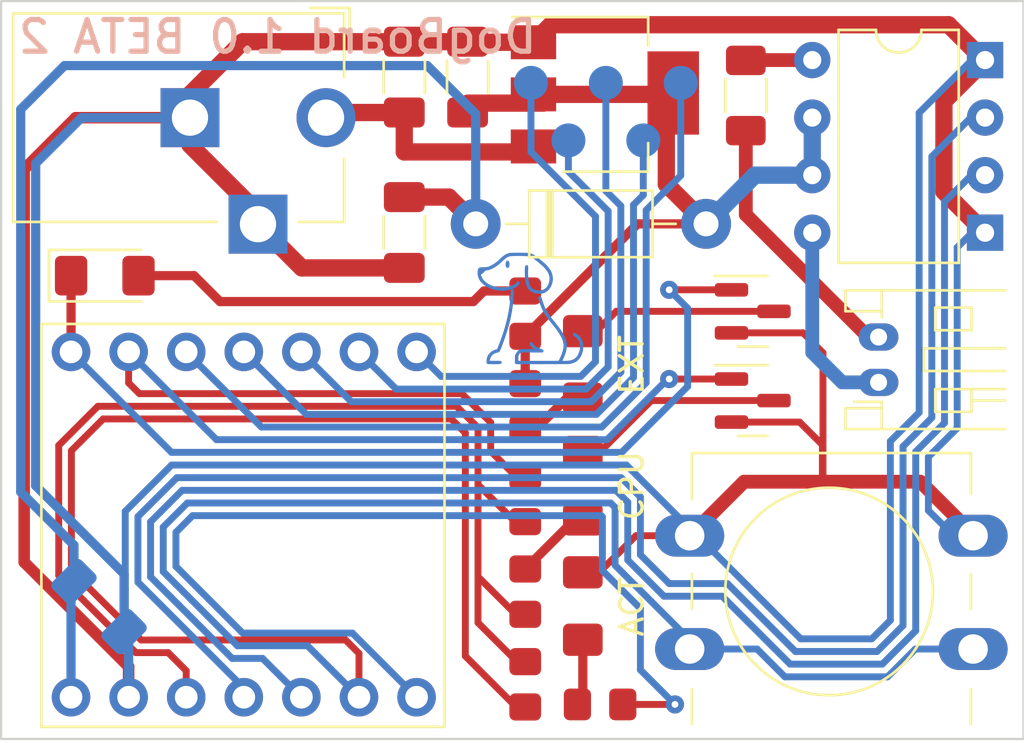
<source format=kicad_pcb>
(kicad_pcb (version 20211014) (generator pcbnew)
  (layers (0 "F.Cu" signal) (31 "B.Cu" signal) (34 "B.Paste" user) (35 "F.Paste" user) (36 "B.SilkS" user "B.Silkscreen") (37 "F.SilkS" user "F.Silkscreen") (38 "B.Mask" user) (39 "F.Mask" user) (44 "Edge.Cuts" user))
  (net 0 "")
  (net 1 "GNDREF")
  (net 2 "Net-(C1-Pad2)")
  (net 3 "Net-(C2-Pad2)")
  (net 4 "Net-(J2-Pad11)")
  (net 5 "Net-(D5-Pad2)")
  (net 6 "Net-(R6-Pad2)")
  (net 7 "Net-(D2-Pad2)")
  (net 8 "Net-(D3-Pad1)")
  (net 9 "Net-(D3-Pad2)")
  (net 10 "Net-(J2-Pad2)")
  (net 11 "Net-(D5-Pad1)")
  (net 12 "Net-(D2-Pad1)")
  (net 13 "Net-(J2-Pad10)")
  (net 14 "Net-(D4-Pad2)")
  (net 15 "Net-(C3-Pad2)")
  (net 16 "Net-(J2-Pad3)")
  (net 17 "Net-(J2-Pad12)")
  (net 18 "Net-(J2-Pad13)")
  (net 19 "Net-(J3-Pad1)")
  (net 20 "Net-(J2-Pad14)")
  (net 21 "Net-(J2-Pad7)")
  (net 22 "Net-(J2-Pad6)")
  (net 23 "Net-(J2-Pad5)")
  (net 24 "Net-(J2-Pad4)")
  (net 25 "Net-(J3-Pad2)")
  (footprint "Package_TO_SOT_SMD:SOT-23" (layer "F.Cu") (at 118.237 64.4398)
    (fp_text reference "Q1" hide)
    (fp_text value "MMBT3904" hide)
  )
  (footprint "Capacitor_SMD:C_1206_3216Metric_Pad1.33x1.80mm_HandSolder" (layer "F.Cu") (at 102.87 54.102 -90)
    (fp_text reference "C1" hide)
    (fp_text value "1uF" hide)
  )
  (footprint "Connector_JST:JST_PH_S2B-PH-K_1x02_P2.00mm_Horizontal" (layer "F.Cu") (at 123.788 67.5734 90)
    (fp_text reference "J3" hide)
    (fp_text value "Conn_01x02_Male" hide)
  )
  (footprint "LED_SMD:LED_1206_3216Metric_Pad1.42x1.75mm_HandSolder" (layer "F.Cu") (at 110.744 72.136 -90)
    (fp_text reference "D5" hide)
    (fp_text value "LED" hide)
  )
  (footprint "LED_SMD:LED_1206_3216Metric_Pad1.42x1.75mm_HandSolder" (layer "F.Cu") (at 110.744 66.802 -90)
    (fp_text reference "D3" hide)
    (fp_text value "LED" hide)
  )
  (footprint "Connector_BarrelJack:BarrelJack_CUI_PJ-102AH_Horizontal" (layer "F.Cu") (at 99.418 55.892 -90)
    (fp_text reference "J1" hide)
    (fp_text value "Barrel_Jack_Switch_Pin3Ring" hide)
  )
  (footprint "Resistor_SMD:R_0805_2012Metric_Pad1.20x1.40mm_HandSolder" (layer "F.Cu") (at 111.506 81.788 180)
    (fp_text reference "R1" hide)
    (fp_text value "47" hide)
  )
  (footprint "Capacitor_SMD:C_1206_3216Metric_Pad1.33x1.80mm_HandSolder" (layer "F.Cu") (at 105.664 54.102 -90)
    (fp_text reference "C2" hide)
    (fp_text value "4.7" hide)
  )
  (footprint "Resistor_SMD:R_0805_2012Metric_Pad1.20x1.40mm_HandSolder" (layer "F.Cu") (at 108.204 64.5414 90)
    (fp_text reference "R2" hide)
    (fp_text value "10k" hide)
  )
  (footprint "Diode_SMD:D_1206_3216Metric_Pad1.42x1.75mm_HandSolder" (layer "F.Cu") (at 89.662 62.865)
    (fp_text reference "D2" hide)
    (fp_text value "D_Schottky" hide)
  )
  (footprint "Resistor_SMD:R_0805_2012Metric_Pad1.20x1.40mm_HandSolder" (layer "F.Cu") (at 108.204 68.6308 -90)
    (fp_text reference "R3" hide)
    (fp_text value "220" hide)
  )
  (footprint "LED_SMD:LED_1206_3216Metric_Pad1.42x1.75mm_HandSolder" (layer "F.Cu") (at 110.744 77.4446 -90)
    (fp_text reference "D4" hide)
    (fp_text value "LED" hide)
  )
  (footprint "Resistor_SMD:R_0805_2012Metric_Pad1.20x1.40mm_HandSolder" (layer "F.Cu") (at 108.204 76.8096 90)
    (fp_text reference "R5" hide)
    (fp_text value "82" hide)
  )
  (footprint "Resistor_SMD:R_0805_2012Metric_Pad1.20x1.40mm_HandSolder" (layer "F.Cu") (at 108.204 80.899 90)
    (fp_text reference "R7" hide)
    (fp_text value "10k" hide)
  )
  (footprint "Package_DIP:DIP-8_W7.62mm" (layer "F.Cu") (at 120.8632 53.35)
    (fp_text reference "U2" hide)
    (fp_text value "LM555xN" hide)
  )
  (footprint "Capacitor_SMD:C_1206_3216Metric_Pad1.33x1.80mm_HandSolder" (layer "F.Cu") (at 102.87 60.96 90)
    (fp_text reference "C4" hide)
    (fp_text value "1uF" hide)
  )
  (footprint "Button_Switch_THT:SW_PUSH-12mm" (layer "F.Cu") (at 127.9558 79.342 180)
    (fp_text reference "SW1" hide)
    (fp_text value "SW_Push" hide)
  )
  (footprint "Package_TO_SOT_SMD:SOT-223-3_TabPin2" (layer "F.Cu") (at 111.717 54.864)
    (fp_text reference "U1" hide)
    (fp_text value "LD1117S50TR_SOT223" hide)
  )
  (footprint "Diode_THT:D_DO-41_SOD81_P10.16mm_Horizontal" (layer "F.Cu") (at 106.0196 60.579)
    (fp_text reference "D1" hide)
    (fp_text value "SB130" hide)
  )
  (footprint "Module:qtpy1_reverse" (layer "F.Cu") (at 86.3943 83.2473 90)
    (fp_text reference "J2" hide)
    (fp_text value "qtpy1" hide)
  )
  (footprint "Package_TO_SOT_SMD:SOT-23" (layer "F.Cu") (at 118.237 68.3768)
    (fp_text reference "Q2" hide)
    (fp_text value "MMBT3904" hide)
  )
  (footprint "Resistor_SMD:R_1206_3216Metric_Pad1.30x1.75mm_HandSolder" (layer "F.Cu") (at 117.9322 54.9148 90)
    (fp_text reference "R6" hide)
    (fp_text value "150" hide)
  )
  (footprint "Resistor_SMD:R_0805_2012Metric_Pad1.20x1.40mm_HandSolder" (layer "F.Cu") (at 108.204 72.7202 90)
    (fp_text reference "R4" hide)
    (fp_text value "10k" hide)
  )
  (footprint "TestPoint:TestPoint_Pad_D1.5mm" (layer "B.Cu") (at 111.76 54.356 180)
    (fp_text reference "TP5" hide)
    (fp_text value "TestPoint" hide)
  )
  (footprint "Capacitor_SMD:C_1206_3216Metric_Pad1.33x1.80mm_HandSolder" (layer "B.Cu") (at 89.408 77.47 135)
    (fp_text reference "C3" hide)
    (fp_text value "1uF" hide)
  )
  (footprint "TestPoint:TestPoint_Pad_D1.5mm" (layer "B.Cu") (at 113.411 56.896 180)
    (fp_text reference "TP4" hide)
    (fp_text value "TestPoint" hide)
  )
  (footprint "TestPoint:TestPoint_Pad_D1.5mm" (layer "B.Cu") (at 115.062 54.356 180)
    (fp_text reference "TP3" hide)
    (fp_text value "TestPoint" hide)
  )
  (footprint "TestPoint:TestPoint_Pad_D1.5mm" (layer "B.Cu") (at 108.458 54.356 180)
    (fp_text reference "TP7" hide)
    (fp_text value "TestPoint" hide)
  )
  (footprint "proj_footprints:dog_better" (layer "B.Cu") (at 108.386468 64.882275 180)
    (fp_text reference "REF**" hide)
    (fp_text value "dog_better" hide)
  )
  (footprint "TestPoint:TestPoint_Pad_D1.5mm" (layer "B.Cu") (at 110.109 56.896 180)
    (fp_text reference "TP6" hide)
    (fp_text value "TestPoint" hide)
  )
  (gr_rect (start 85.09 50.7492) (end 130.175 83.312) (layer "Edge.Cuts") (width 0.1) (fill none))
  (gr_text "DogBoard 1.0 BETA 2" (at 97.282 52.324) (layer "B.SilkS") (effects (font (size 1.4 1.4) (thickness 0.23)) (justify mirror)))
  (gr_text "EXT" (at 112.903 66.802 90) (layer "F.SilkS") (effects (font (size 1 1))))
  (gr_text "CPU" (at 112.903 72.136 90) (layer "F.SilkS") (effects (font (size 1 1))))
  (gr_text "ACT" (at 112.903 77.47 90) (layer "F.SilkS") (effects (font (size 1 1))))
  (segment (start 105.664 52.5395) (end 102.87 52.5395) (width 0.762) (layer "F.Cu") (net 1))
  (segment (start 120.3046 69.3268) (end 121.3104 70.3326) (width 0.3048) (layer "F.Cu") (net 1))
  (segment (start 88.38 55.892) (end 93.418 55.892) (width 0.508) (layer "F.Cu") (net 1))
  (segment (start 96.418 60.592) (end 96.418 60.096) (width 0.762) (layer "F.Cu") (net 1))
  (segment (start 128.4832 53.3554) (end 126.6698 55.1688) (width 0.762) (layer "F.Cu") (net 1))
  (segment (start 102.87 62.5225) (end 98.3485 62.5225) (width 0.762) (layer "F.Cu") (net 1))
  (segment (start 110.744 75.9571) (end 111.4695 75.9571) (width 0.3048) (layer "F.Cu") (net 1))
  (segment (start 95.7457 52.5395) (end 102.87 52.5395) (width 0.762) (layer "F.Cu") (net 1))
  (segment (start 109.3404 51.7906) (end 126.873 51.7906) (width 0.762) (layer "F.Cu") (net 1))
  (segment (start 128.4324 53.35) (end 128.4832 53.35) (width 0.762) (layer "F.Cu") (net 1))
  (segment (start 127.9558 74.2856) (end 127.9558 74.342) (width 0.6096) (layer "F.Cu") (net 1))
  (segment (start 86.106 58.166) (end 88.38 55.892) (width 0.508) (layer "F.Cu") (net 1))
  (segment (start 108.567 52.564) (end 105.6885 52.564) (width 0.762) (layer "F.Cu") (net 1))
  (segment (start 121.3104 71.9582) (end 125.6284 71.9582) (width 0.6096) (layer "F.Cu") (net 1))
  (segment (start 121.3358 71.9328) (end 121.3104 71.9582) (width 0.3048) (layer "F.Cu") (net 1))
  (segment (start 113.0846 74.342) (end 115.4558 74.342) (width 0.3048) (layer "F.Cu") (net 1))
  (segment (start 90.7123 80.116143) (end 86.106 75.509842) (width 0.508) (layer "F.Cu") (net 1))
  (segment (start 126.6698 59.1566) (end 128.4832 60.97) (width 0.762) (layer "F.Cu") (net 1))
  (segment (start 117.856 71.9582) (end 121.3104 71.9582) (width 0.6096) (layer "F.Cu") (net 1))
  (segment (start 93.418 54.8672) (end 95.7457 52.5395) (width 0.762) (layer "F.Cu") (net 1))
  (segment (start 108.567 52.564) (end 109.3404 51.7906) (width 0.762) (layer "F.Cu") (net 1))
  (segment (start 121.3358 66.2686) (end 121.3358 71.9328) (width 0.3048) (layer "F.Cu") (net 1))
  (segment (start 98.3485 62.5225) (end 96.418 60.592) (width 0.762) (layer "F.Cu") (net 1))
  (segment (start 115.4558 74.342) (end 115.4722 74.342) (width 0.6096) (layer "F.Cu") (net 1))
  (segment (start 111.4695 75.9571) (end 113.0846 74.342) (width 0.3048) (layer "F.Cu") (net 1))
  (segment (start 86.106 75.509842) (end 86.106 58.166) (width 0.508) (layer "F.Cu") (net 1))
  (segment (start 117.2995 65.3898) (end 120.457 65.3898) (width 0.3048) (layer "F.Cu") (net 1))
  (segment (start 121.3104 70.3326) (end 121.3104 71.9582) (width 0.3048) (layer "F.Cu") (net 1))
  (segment (start 115.4722 74.342) (end 117.856 71.9582) (width 0.6096) (layer "F.Cu") (net 1))
  (segment (start 128.4832 53.35) (end 128.4832 53.3554) (width 0.762) (layer "F.Cu") (net 1))
  (segment (start 125.6284 71.9582) (end 127.9558 74.2856) (width 0.6096) (layer "F.Cu") (net 1))
  (segment (start 90.7123 81.4693) (end 90.7123 80.116143) (width 0.508) (layer "F.Cu") (net 1))
  (segment (start 117.2995 69.3268) (end 120.3046 69.3268) (width 0.3048) (layer "F.Cu") (net 1))
  (segment (start 96.418 60.096) (end 93.418 57.096) (width 0.762) (layer "F.Cu") (net 1))
  (segment (start 126.873 51.7906) (end 128.4324 53.35) (width 0.762) (layer "F.Cu") (net 1))
  (segment (start 120.457 65.3898) (end 121.3358 66.2686) (width 0.3048) (layer "F.Cu") (net 1))
  (segment (start 126.6698 55.1688) (end 126.6698 59.1566) (width 0.762) (layer "F.Cu") (net 1))
  (segment (start 105.6885 52.564) (end 105.664 52.5395) (width 0.762) (layer "F.Cu") (net 1))
  (segment (start 93.418 55.892) (end 93.418 54.8672) (width 0.762) (layer "F.Cu") (net 1))
  (segment (start 115.4558 74.342) (end 115.800525 74.342) (width 0.3048) (layer "B.Cu") (net 1))
  (segment (start 125.984 70.866) (end 127.254 69.596) (width 0.3048) (layer "B.Cu") (net 1))
  (segment (start 127.0978 74.342) (end 125.984 73.2282) (width 0.3048) (layer "B.Cu") (net 1))
  (segment (start 127.254 69.596) (end 127.254 61.6204) (width 0.3048) (layer "B.Cu") (net 1))
  (segment (start 86.614 57.912) (end 88.634 55.892) (width 0.4064) (layer "B.Cu") (net 1))
  (segment (start 90.512854 78.574854) (end 90.512854 76.034854) (width 0.4064) (layer "B.Cu") (net 1))
  (segment (start 90.563654 78.574854) (end 90.563654 73.266346) (width 0.3048) (layer "B.Cu") (net 1))
  (segment (start 112.6656 71.2216) (end 115.4558 74.0118) (width 0.3048) (layer "B.Cu") (net 1))
  (segment (start 90.563654 73.266346) (end 92.6084 71.2216) (width 0.3048) (layer "B.Cu") (net 1))
  (segment (start 127.9044 53.35) (end 128.4832 53.35) (width 0.3048) (layer "B.Cu") (net 1))
  (segment (start 123.489076 78.8924) (end 124.3076 78.073876) (width 0.3048) (layer "B.Cu") (net 1))
  (segment (start 127.9558 74.342) (end 127.0978 74.342) (width 0.3048) (layer "B.Cu") (net 1))
  (segment (start 125.5776 55.6768) (end 127.9044 53.35) (width 0.3048) (layer "B.Cu") (net 1))
  (segment (start 115.800525 74.342) (end 120.350925 78.8924) (width 0.3048) (layer "B.Cu") (net 1))
  (segment (start 86.614 72.136) (end 86.614 57.912) (width 0.4064) (layer "B.Cu") (net 1))
  (segment (start 115.4558 74.0118) (end 115.4558 74.342) (width 0.3048) (layer "B.Cu") (net 1))
  (segment (start 124.3076 70.171614) (end 125.5776 68.901614) (width 0.3048) (layer "B.Cu") (net 1))
  (segment (start 125.984 73.2282) (end 125.984 70.866) (width 0.3048) (layer "B.Cu") (net 1))
  (segment (start 90.7123 78.7743) (end 90.512854 78.574854) (width 0.4064) (layer "B.Cu") (net 1))
  (segment (start 120.350925 78.8924) (end 123.489076 78.8924) (width 0.3048) (layer "B.Cu") (net 1))
  (segment (start 90.7123 81.4693) (end 90.7123 78.7743) (width 0.4064) (layer "B.Cu") (net 1))
  (segment (start 90.512854 76.034854) (end 86.614 72.136) (width 0.4064) (layer "B.Cu") (net 1))
  (segment (start 127.254 61.6204) (end 127.9044 60.97) (width 0.3048) (layer "B.Cu") (net 1))
  (segment (start 127.9044 60.97) (end 128.4832 60.97) (width 0.3048) (layer "B.Cu") (net 1))
  (segment (start 125.5776 68.901614) (end 125.5776 55.6768) (width 0.3048) (layer "B.Cu") (net 1))
  (segment (start 92.6084 71.2216) (end 112.6656 71.2216) (width 0.3048) (layer "B.Cu") (net 1))
  (segment (start 115.786 74.342) (end 115.800526 74.342) (width 0.3048) (layer "B.Cu") (net 1))
  (segment (start 124.3076 78.073876) (end 124.3076 70.171614) (width 0.3048) (layer "B.Cu") (net 1))
  (segment (start 88.634 55.892) (end 93.418 55.892) (width 0.4064) (layer "B.Cu") (net 1))
  (segment (start 102.87 55.6645) (end 102.87 57.404) (width 0.762) (layer "F.Cu") (net 2))
  (segment (start 99.6455 55.6645) (end 99.418 55.892) (width 0.762) (layer "F.Cu") (net 2))
  (segment (start 102.87 57.404) (end 108.327 57.404) (width 0.762) (layer "F.Cu") (net 2))
  (segment (start 102.87 55.6645) (end 99.6455 55.6645) (width 0.762) (layer "F.Cu") (net 2))
  (segment (start 108.327 57.404) (end 108.567 57.164) (width 0.762) (layer "F.Cu") (net 2))
  (segment (start 108.567 54.864) (end 114.6708 54.864) (width 0.762) (layer "F.Cu") (net 3))
  (segment (start 109.007 55.251) (end 105.67 55.251) (width 0.762) (layer "F.Cu") (net 3))
  (segment (start 108.204 65.532) (end 113.157 60.579) (width 0.4064) (layer "F.Cu") (net 3))
  (segment (start 108.204 65.5414) (end 108.204 65.532) (width 0.4064) (layer "F.Cu") (net 3))
  (segment (start 114.427 54.864) (end 114.427 58.8264) (width 0.762) (layer "F.Cu") (net 3))
  (segment (start 113.157 60.579) (end 116.1796 60.579) (width 0.4064) (layer "F.Cu") (net 3))
  (segment (start 108.204 67.6308) (end 108.204 65.5414) (width 0.4064) (layer "F.Cu") (net 3))
  (segment (start 114.6708 54.864) (end 114.7318 54.803) (width 0.762) (layer "F.Cu") (net 3))
  (segment (start 114.427 58.8264) (end 116.1796 60.579) (width 0.762) (layer "F.Cu") (net 3))
  (segment (start 120.8632 58.43) (end 120.8632 55.89) (width 0.762) (layer "B.Cu") (net 3))
  (segment (start 120.8632 58.43) (end 118.3286 58.43) (width 0.762) (layer "B.Cu") (net 3))
  (segment (start 118.3286 58.43) (end 116.1796 60.579) (width 0.762) (layer "B.Cu") (net 3))
  (segment (start 92.839862 71.7804) (end 112.434138 71.7804) (width 0.3048) (layer "B.Cu") (net 4))
  (segment (start 112.434138 71.7804) (end 113.284 72.630262) (width 0.3048) (layer "B.Cu") (net 4))
  (segment (start 126.1364 57.6072) (end 127.8536 55.89) (width 0.3048) (layer "B.Cu") (net 4))
  (segment (start 120.119463 79.4512) (end 123.720538 79.4512) (width 0.3048) (layer "B.Cu") (net 4))
  (segment (start 126.1364 69.133076) (end 126.1364 57.6072) (width 0.3048) (layer "B.Cu") (net 4))
  (segment (start 113.284 75.184) (end 114.554 76.454) (width 0.3048) (layer "B.Cu") (net 4))
  (segment (start 113.284 72.630262) (end 113.284 75.184) (width 0.3048) (layer "B.Cu") (net 4))
  (segment (start 123.720538 79.4512) (end 124.8664 78.305338) (width 0.3048) (layer "B.Cu") (net 4))
  (segment (start 117.122263 76.454) (end 120.119463 79.4512) (width 0.3048) (layer "B.Cu") (net 4))
  (segment (start 127.8536 55.89) (end 128.4832 55.89) (width 0.3048) (layer "B.Cu") (net 4))
  (segment (start 114.554 76.454) (end 117.122263 76.454) (width 0.3048) (layer "B.Cu") (net 4))
  (segment (start 91.122454 73.497808) (end 92.839862 71.7804) (width 0.3048) (layer "B.Cu") (net 4))
  (segment (start 95.7923 81.4693) (end 95.7923 81.0603) (width 0.3048) (layer "B.Cu") (net 4))
  (segment (start 95.7923 81.0603) (end 91.122454 76.390454) (width 0.3048) (layer "B.Cu") (net 4))
  (segment (start 124.8664 78.305338) (end 124.8664 70.403076) (width 0.3048) (layer "B.Cu") (net 4))
  (segment (start 124.8664 70.403076) (end 126.1364 69.133076) (width 0.3048) (layer "B.Cu") (net 4))
  (segment (start 91.122454 76.390454) (end 91.122454 73.497808) (width 0.3048) (layer "B.Cu") (net 4))
  (segment (start 110.744 73.6235) (end 110.3901 73.6235) (width 0.4064) (layer "F.Cu") (net 5))
  (segment (start 110.3901 73.6235) (end 108.204 75.8096) (width 0.4064) (layer "F.Cu") (net 5))
  (segment (start 117.947 53.35) (end 117.9322 53.3648) (width 0.6096) (layer "F.Cu") (net 6))
  (segment (start 120.8632 53.35) (end 117.947 53.35) (width 0.6096) (layer "F.Cu") (net 6))
  (segment (start 106.3846 63.5414) (end 105.918 64.008) (width 0.4064) (layer "F.Cu") (net 7))
  (segment (start 94.742 64.008) (end 93.599 62.865) (width 0.4064) (layer "F.Cu") (net 7))
  (segment (start 93.599 62.865) (end 91.1495 62.865) (width 0.4064) (layer "F.Cu") (net 7))
  (segment (start 105.918 64.008) (end 94.742 64.008) (width 0.4064) (layer "F.Cu") (net 7))
  (segment (start 108.204 63.5414) (end 106.3846 63.5414) (width 0.4064) (layer "F.Cu") (net 7))
  (segment (start 111.3425 65.3145) (end 112.2172 64.4398) (width 0.3048) (layer "F.Cu") (net 8))
  (segment (start 112.2172 64.4398) (end 119.1745 64.4398) (width 0.3048) (layer "F.Cu") (net 8))
  (segment (start 110.744 65.3145) (end 111.3425 65.3145) (width 0.3048) (layer "F.Cu") (net 8))
  (segment (start 108.6772 69.6308) (end 108.204 69.6308) (width 0.4064) (layer "F.Cu") (net 9))
  (segment (start 110.744 68.2895) (end 110.0185 68.2895) (width 0.4064) (layer "F.Cu") (net 9))
  (segment (start 110.0185 68.2895) (end 108.6772 69.6308) (width 0.4064) (layer "F.Cu") (net 9))
  (segment (start 90.7123 66.2293) (end 90.7123 67.5983) (width 0.3048) (layer "F.Cu") (net 10))
  (segment (start 117.2995 67.4268) (end 114.554 67.4268) (width 0.3048) (layer "F.Cu") (net 10))
  (segment (start 107.7882 71.7202) (end 108.204 71.7202) (width 0.3048) (layer "F.Cu") (net 10))
  (segment (start 105.41 68.072) (end 106.68 69.342) (width 0.3048) (layer "F.Cu") (net 10))
  (segment (start 106.68 70.612) (end 107.7882 71.7202) (width 0.3048) (layer "F.Cu") (net 10))
  (segment (start 106.68 69.342) (end 106.68 70.612) (width 0.3048) (layer "F.Cu") (net 10))
  (segment (start 91.186 68.072) (end 105.41 68.072) (width 0.3048) (layer "F.Cu") (net 10))
  (segment (start 90.7123 67.5983) (end 91.186 68.072) (width 0.3048) (layer "F.Cu") (net 10))
  (via (at 114.554 67.4268) (size 0.8) (drill 0.3) (layers "F.Cu" "B.Cu") (net 10))
  (segment (start 94.587 70.104) (end 111.8108 70.104) (width 0.3048) (layer "B.Cu") (net 10))
  (segment (start 114.488 67.4268) (end 114.554 67.4268) (width 0.3048) (layer "B.Cu") (net 10))
  (segment (start 90.7123 66.2293) (end 94.587 70.104) (width 0.3048) (layer "B.Cu") (net 10))
  (segment (start 111.8108 70.104) (end 114.488 67.4268) (width 0.3048) (layer "B.Cu") (net 10))
  (segment (start 111.4949 70.6485) (end 113.7666 68.3768) (width 0.3048) (layer "F.Cu") (net 11))
  (segment (start 110.744 70.6485) (end 111.4949 70.6485) (width 0.3048) (layer "F.Cu") (net 11))
  (segment (start 113.7666 68.3768) (end 119.1745 68.3768) (width 0.3048) (layer "F.Cu") (net 11))
  (segment (start 88.1745 62.865) (end 88.1745 66.2271) (width 0.4064) (layer "F.Cu") (net 12))
  (segment (start 117.2995 63.4898) (end 114.554 63.4898) (width 0.3048) (layer "F.Cu") (net 12))
  (segment (start 88.1745 66.2271) (end 88.1723 66.2293) (width 0.4064) (layer "F.Cu") (net 12))
  (via (at 114.554 63.4898) (size 0.8) (drill 0.3) (layers "F.Cu" "B.Cu") (net 12))
  (segment (start 88.1723 66.2293) (end 92.6058 70.6628) (width 0.3048) (layer "B.Cu") (net 12))
  (segment (start 115.3668 64.3026) (end 114.554 63.4898) (width 0.3048) (layer "B.Cu") (net 12))
  (segment (start 92.6058 70.6628) (end 112.458422 70.6628) (width 0.3048) (layer "B.Cu") (net 12))
  (segment (start 115.3668 67.754422) (end 115.3668 64.3026) (width 0.3048) (layer "B.Cu") (net 12))
  (segment (start 112.458422 70.6628) (end 115.3668 67.754422) (width 0.3048) (layer "B.Cu") (net 12))
  (segment (start 106.1212 72.0852) (end 106.1212 76.1492) (width 0.3048) (layer "F.Cu") (net 13))
  (segment (start 106.1212 76.1492) (end 106.1212 78.1812) (width 0.3048) (layer "F.Cu") (net 13))
  (segment (start 93.2523 80.2983) (end 92.456 79.502) (width 0.3048) (layer "F.Cu") (net 13))
  (segment (start 107.7562 73.7202) (end 108.204 73.7202) (width 0.3048) (layer "F.Cu") (net 13))
  (segment (start 106.1212 78.1812) (end 107.839 79.899) (width 0.3048) (layer "F.Cu") (net 13))
  (segment (start 107.839 79.899) (end 108.204 79.899) (width 0.3048) (layer "F.Cu") (net 13))
  (segment (start 87.63 76.099896) (end 87.63 70.358) (width 0.3048) (layer "F.Cu") (net 13))
  (segment (start 93.2523 81.4693) (end 93.2523 80.2983) (width 0.3048) (layer "F.Cu") (net 13))
  (segment (start 87.63 70.358) (end 89.3572 68.6308) (width 0.3048) (layer "F.Cu") (net 13))
  (segment (start 92.456 79.502) (end 91.032104 79.502) (width 0.3048) (layer "F.Cu") (net 13))
  (segment (start 107.7816 77.8096) (end 108.204 77.8096) (width 0.3048) (layer "F.Cu") (net 13))
  (segment (start 89.3572 68.6308) (end 105.178538 68.6308) (width 0.3048) (layer "F.Cu") (net 13))
  (segment (start 105.178538 68.6308) (end 106.1212 69.573462) (width 0.3048) (layer "F.Cu") (net 13))
  (segment (start 106.1212 76.1492) (end 107.7816 77.8096) (width 0.3048) (layer "F.Cu") (net 13))
  (segment (start 91.032104 79.502) (end 87.63 76.099896) (width 0.3048) (layer "F.Cu") (net 13))
  (segment (start 106.1212 69.573462) (end 106.1212 72.0852) (width 0.3048) (layer "F.Cu") (net 13))
  (segment (start 106.1212 72.0852) (end 107.7562 73.7202) (width 0.3048) (layer "F.Cu") (net 13))
  (segment (start 110.744 81.55) (end 110.506 81.788) (width 0.4064) (layer "F.Cu") (net 14))
  (segment (start 110.744 78.9321) (end 110.744 81.55) (width 0.4064) (layer "F.Cu") (net 14))
  (segment (start 102.87 59.3975) (end 104.8381 59.3975) (width 0.762) (layer "F.Cu") (net 15))
  (segment (start 104.8381 59.3975) (end 106.0196 60.579) (width 0.762) (layer "F.Cu") (net 15))
  (segment (start 106.0196 55.7276) (end 106.0196 60.579) (width 0.4064) (layer "B.Cu") (net 15))
  (segment (start 103.886 53.594) (end 106.0196 55.7276) (width 0.4064) (layer "B.Cu") (net 15))
  (segment (start 85.9536 72.409546) (end 85.9536 55.5244) (width 0.4064) (layer "B.Cu") (net 15))
  (segment (start 88.303146 76.365146) (end 88.303146 74.759092) (width 0.4064) (layer "B.Cu") (net 15))
  (segment (start 88.1723 81.4693) (end 88.1723 76.495992) (width 0.4064) (layer "B.Cu") (net 15))
  (segment (start 88.303146 74.759092) (end 85.9536 72.409546) (width 0.4064) (layer "B.Cu") (net 15))
  (segment (start 88.1723 76.495992) (end 88.303146 76.365146) (width 0.4064) (layer "B.Cu") (net 15))
  (segment (start 87.884 53.594) (end 103.886 53.594) (width 0.4064) (layer "B.Cu") (net 15))
  (segment (start 85.9536 55.5244) (end 87.884 53.594) (width 0.4064) (layer "B.Cu") (net 15))
  (segment (start 113.538 67.586538) (end 113.538 59.972262) (width 0.3048) (layer "B.Cu") (net 16))
  (segment (start 115.062 58.448262) (end 115.062 54.356) (width 0.3048) (layer "B.Cu") (net 16))
  (segment (start 111.579338 69.5452) (end 113.538 67.586538) (width 0.3048) (layer "B.Cu") (net 16))
  (segment (start 96.5682 69.5452) (end 111.579338 69.5452) (width 0.3048) (layer "B.Cu") (net 16))
  (segment (start 93.2523 66.2293) (end 96.5682 69.5452) (width 0.3048) (layer "B.Cu") (net 16))
  (segment (start 113.538 59.972262) (end 115.062 58.448262) (width 0.3048) (layer "B.Cu") (net 16))
  (segment (start 93.071324 72.3392) (end 112.202676 72.3392) (width 0.3048) (layer "B.Cu") (net 17))
  (segment (start 116.8908 77.0128) (end 119.888 80.01) (width 0.3048) (layer "B.Cu") (net 17))
  (segment (start 125.4252 70.634538) (end 126.6952 69.364538) (width 0.3048) (layer "B.Cu") (net 17))
  (segment (start 112.7252 75.415462) (end 114.322538 77.0128) (width 0.3048) (layer "B.Cu") (net 17))
  (segment (start 112.202676 72.3392) (end 112.7252 72.861724) (width 0.3048) (layer "B.Cu") (net 17))
  (segment (start 98.3323 81.4693) (end 96.619 79.756) (width 0.3048) (layer "B.Cu") (net 17))
  (segment (start 95.278262 79.756) (end 91.681254 76.158992) (width 0.3048) (layer "B.Cu") (net 17))
  (segment (start 125.4252 78.5368) (end 125.4252 70.634538) (width 0.3048) (layer "B.Cu") (net 17))
  (segment (start 119.888 80.01) (end 123.952 80.01) (width 0.3048) (layer "B.Cu") (net 17))
  (segment (start 91.681254 73.72927) (end 93.071324 72.3392) (width 0.3048) (layer "B.Cu") (net 17))
  (segment (start 91.681254 76.158992) (end 91.681254 73.72927) (width 0.3048) (layer "B.Cu") (net 17))
  (segment (start 112.7252 72.861724) (end 112.7252 75.415462) (width 0.3048) (layer "B.Cu") (net 17))
  (segment (start 123.952 80.01) (end 125.4252 78.5368) (width 0.3048) (layer "B.Cu") (net 17))
  (segment (start 126.6952 69.364538) (end 126.6952 59.6138) (width 0.3048) (layer "B.Cu") (net 17))
  (segment (start 127.879 58.43) (end 128.4832 58.43) (width 0.3048) (layer "B.Cu") (net 17))
  (segment (start 126.6952 59.6138) (end 127.879 58.43) (width 0.3048) (layer "B.Cu") (net 17))
  (segment (start 114.322538 77.0128) (end 116.8908 77.0128) (width 0.3048) (layer "B.Cu") (net 17))
  (segment (start 96.619 79.756) (end 95.278262 79.756) (width 0.3048) (layer "B.Cu") (net 17))
  (segment (start 88.1888 70.589462) (end 89.588662 69.1896) (width 0.3048) (layer "F.Cu") (net 18))
  (segment (start 107.807 81.899) (end 108.204 81.899) (width 0.3048) (layer "F.Cu") (net 18))
  (segment (start 100.8723 79.5363) (end 100.2792 78.9432) (width 0.3048) (layer "F.Cu") (net 18))
  (segment (start 105.5624 69.804924) (end 105.5624 79.6544) (width 0.3048) (layer "F.Cu") (net 18))
  (segment (start 89.588662 69.1896) (end 104.947076 69.1896) (width 0.3048) (layer "F.Cu") (net 18))
  (segment (start 105.5624 79.6544) (end 107.807 81.899) (width 0.3048) (layer "F.Cu") (net 18))
  (segment (start 88.1888 75.868434) (end 88.1888 70.589462) (width 0.3048) (layer "F.Cu") (net 18))
  (segment (start 100.2792 78.9432) (end 91.263566 78.9432) (width 0.3048) (layer "F.Cu") (net 18))
  (segment (start 104.947076 69.1896) (end 105.5624 69.804924) (width 0.3048) (layer "F.Cu") (net 18))
  (segment (start 91.263566 78.9432) (end 88.1888 75.868434) (width 0.3048) (layer "F.Cu") (net 18))
  (segment (start 100.8723 81.4693) (end 100.8723 79.5363) (width 0.3048) (layer "F.Cu") (net 18))
  (segment (start 112.1664 75.646925) (end 115.4558 78.936325) (width 0.3048) (layer "B.Cu") (net 18))
  (segment (start 92.240054 75.92753) (end 92.240054 73.960732) (width 0.3048) (layer "B.Cu") (net 18))
  (segment (start 115.4558 78.936325) (end 115.4558 79.342) (width 0.3048) (layer "B.Cu") (net 18))
  (segment (start 125.410262 79.342) (end 127.9558 79.342) (width 0.3048) (layer "B.Cu") (net 18))
  (segment (start 119.656538 80.5688) (end 124.183462 80.5688) (width 0.3048) (layer "B.Cu") (net 18))
  (segment (start 112.1664 73.093186) (end 112.1664 75.646925) (width 0.3048) (layer "B.Cu") (net 18))
  (segment (start 111.971214 72.898) (end 112.1664 73.093186) (width 0.3048) (layer "B.Cu") (net 18))
  (segment (start 93.302786 72.898) (end 111.971214 72.898) (width 0.3048) (layer "B.Cu") (net 18))
  (segment (start 118.429738 79.342) (end 119.656538 80.5688) (width 0.3048) (layer "B.Cu") (net 18))
  (segment (start 98.6002 79.1972) (end 95.509724 79.1972) (width 0.3048) (layer "B.Cu") (net 18))
  (segment (start 92.240054 73.960732) (end 93.302786 72.898) (width 0.3048) (layer "B.Cu") (net 18))
  (segment (start 118.429738 79.342) (end 115.4558 79.342) (width 0.3048) (layer "B.Cu") (net 18))
  (segment (start 124.183462 80.5688) (end 125.410262 79.342) (width 0.3048) (layer "B.Cu") (net 18))
  (segment (start 95.509724 79.1972) (end 92.240054 75.92753) (width 0.3048) (layer "B.Cu") (net 18))
  (segment (start 100.8723 81.4693) (end 98.6002 79.1972) (width 0.3048) (layer "B.Cu") (net 18))
  (segment (start 122.1834 67.5734) (end 120.8632 66.2532) (width 0.6096) (layer "B.Cu") (net 19))
  (segment (start 123.788 67.5734) (end 122.1834 67.5734) (width 0.6096) (layer "B.Cu") (net 19))
  (segment (start 120.8632 66.2532) (end 120.8632 60.97) (width 0.6096) (layer "B.Cu") (net 19))
  (segment (start 112.506 81.788) (end 114.808 81.788) (width 0.3048) (layer "F.Cu") (net 20))
  (via (at 114.808 81.788) (size 0.8) (drill 0.3) (layers "F.Cu" "B.Cu") (net 20))
  (segment (start 111.6076 73.5076) (end 111.6076 75.878387) (width 0.3048) (layer "B.Cu") (net 20))
  (segment (start 111.5568 73.4568) (end 111.6076 73.5076) (width 0.3048) (layer "B.Cu") (net 20))
  (segment (start 100.5814 78.6384) (end 95.741186 78.6384) (width 0.3048) (layer "B.Cu") (net 20))
  (segment (start 92.798854 74.192194) (end 93.534248 73.4568) (width 0.3048) (layer "B.Cu") (net 20))
  (segment (start 103.4123 81.4693) (end 100.5814 78.6384) (width 0.3048) (layer "B.Cu") (net 20))
  (segment (start 95.741186 78.6384) (end 92.798854 75.696068) (width 0.3048) (layer "B.Cu") (net 20))
  (segment (start 93.534248 73.4568) (end 111.5568 73.4568) (width 0.3048) (layer "B.Cu") (net 20))
  (segment (start 113.284 77.554787) (end 113.284 80.264) (width 0.3048) (layer "B.Cu") (net 20))
  (segment (start 113.284 80.264) (end 114.808 81.788) (width 0.3048) (layer "B.Cu") (net 20))
  (segment (start 92.798854 75.696068) (end 92.798854 74.192194) (width 0.3048) (layer "B.Cu") (net 20))
  (segment (start 111.6076 75.878387) (end 113.284 77.554787) (width 0.3048) (layer "B.Cu") (net 20))
  (segment (start 108.458 57.404) (end 108.458 54.356) (width 0.3048) (layer "B.Cu") (net 21))
  (segment (start 103.4123 66.2293) (end 104.493 67.31) (width 0.3048) (layer "B.Cu") (net 21))
  (segment (start 104.493 67.31) (end 110.65349 67.31) (width 0.3048) (layer "B.Cu") (net 21))
  (segment (start 110.65349 67.31) (end 111.3028 66.66069) (width 0.3048) (layer "B.Cu") (net 21))
  (segment (start 111.3028 66.66069) (end 111.3028 60.2488) (width 0.3048) (layer "B.Cu") (net 21))
  (segment (start 111.3028 60.2488) (end 108.458 57.404) (width 0.3048) (layer "B.Cu") (net 21))
  (segment (start 100.8723 66.2293) (end 102.5118 67.8688) (width 0.3048) (layer "B.Cu") (net 22))
  (segment (start 110.109 58.264738) (end 110.109 56.896) (width 0.3048) (layer "B.Cu") (net 22))
  (segment (start 102.5118 67.8688) (end 110.884952 67.8688) (width 0.3048) (layer "B.Cu") (net 22))
  (segment (start 111.8616 60.017338) (end 110.109 58.264738) (width 0.3048) (layer "B.Cu") (net 22))
  (segment (start 111.8616 66.892152) (end 111.8616 60.017338) (width 0.3048) (layer "B.Cu") (net 22))
  (segment (start 110.884952 67.8688) (end 111.8616 66.892152) (width 0.3048) (layer "B.Cu") (net 22))
  (segment (start 100.5306 68.4276) (end 111.116414 68.4276) (width 0.3048) (layer "B.Cu") (net 23))
  (segment (start 111.76 59.125476) (end 111.76 54.356) (width 0.3048) (layer "B.Cu") (net 23))
  (segment (start 112.4204 67.123614) (end 112.4204 59.785876) (width 0.3048) (layer "B.Cu") (net 23))
  (segment (start 98.3323 66.2293) (end 100.5306 68.4276) (width 0.3048) (layer "B.Cu") (net 23))
  (segment (start 111.116414 68.4276) (end 112.4204 67.123614) (width 0.3048) (layer "B.Cu") (net 23))
  (segment (start 112.4204 59.785876) (end 111.76 59.125476) (width 0.3048) (layer "B.Cu") (net 23))
  (segment (start 112.9792 67.355076) (end 112.9792 59.7408) (width 0.3048) (layer "B.Cu") (net 24))
  (segment (start 112.9792 59.7408) (end 113.411 59.309) (width 0.3048) (layer "B.Cu") (net 24))
  (segment (start 113.411 59.309) (end 113.411 56.896) (width 0.3048) (layer "B.Cu") (net 24))
  (segment (start 111.347876 68.9864) (end 112.9792 67.355076) (width 0.3048) (layer "B.Cu") (net 24))
  (segment (start 95.7923 66.2293) (end 98.5494 68.9864) (width 0.3048) (layer "B.Cu") (net 24))
  (segment (start 98.5494 68.9864) (end 111.347876 68.9864) (width 0.3048) (layer "B.Cu") (net 24))
  (segment (start 123.788 65.5734) (end 123.333 65.5734) (width 0.6096) (layer "F.Cu") (net 25))
  (segment (start 117.9322 60.1726) (end 117.9322 56.4648) (width 0.6096) (layer "F.Cu") (net 25))
  (segment (start 123.333 65.5734) (end 117.9322 60.1726) (width 0.6096) (layer "F.Cu") (net 25))
)
</source>
